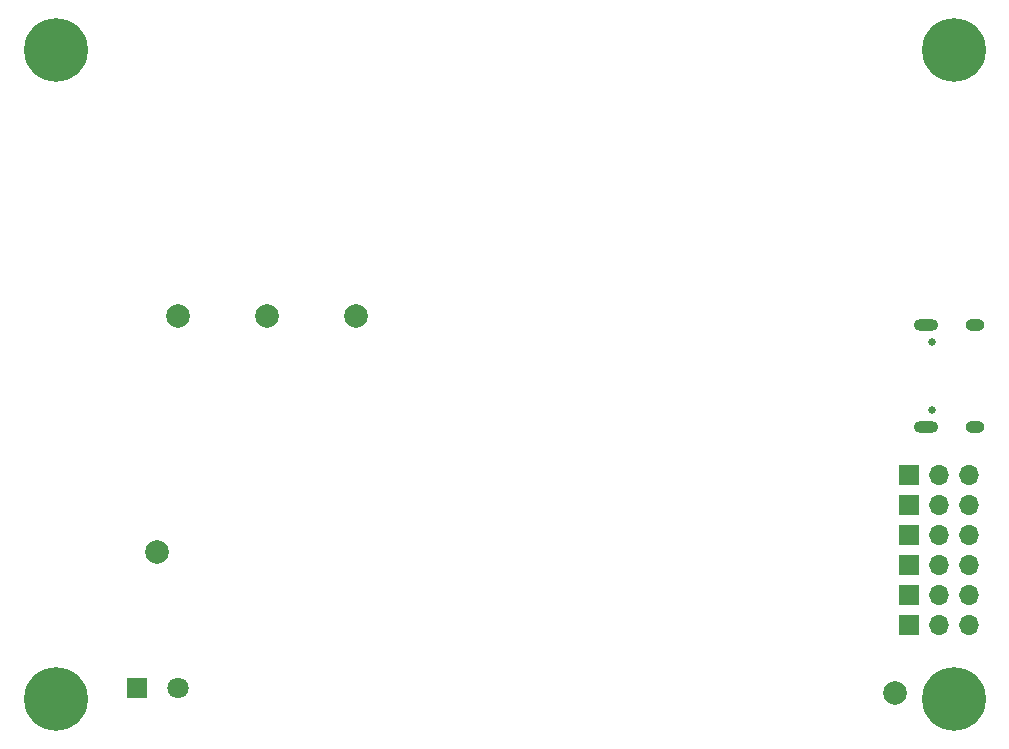
<source format=gbr>
%TF.GenerationSoftware,KiCad,Pcbnew,7.0.1*%
%TF.CreationDate,2023-07-10T14:28:26-04:00*%
%TF.ProjectId,FlightComputer,466c6967-6874-4436-9f6d-70757465722e,rev?*%
%TF.SameCoordinates,Original*%
%TF.FileFunction,Soldermask,Bot*%
%TF.FilePolarity,Negative*%
%FSLAX46Y46*%
G04 Gerber Fmt 4.6, Leading zero omitted, Abs format (unit mm)*
G04 Created by KiCad (PCBNEW 7.0.1) date 2023-07-10 14:28:26*
%MOMM*%
%LPD*%
G01*
G04 APERTURE LIST*
%ADD10C,5.400000*%
%ADD11R,1.700000X1.700000*%
%ADD12O,1.700000X1.700000*%
%ADD13C,0.650000*%
%ADD14O,2.100000X1.000000*%
%ADD15O,1.600000X1.000000*%
%ADD16C,2.000000*%
%ADD17R,1.800000X1.800000*%
%ADD18C,1.800000*%
G04 APERTURE END LIST*
D10*
%TO.C,H2*%
X52820000Y-115870000D03*
%TD*%
%TO.C,H4*%
X128820000Y-115870000D03*
%TD*%
D11*
%TO.C,J14*%
X125050000Y-104480000D03*
D12*
X127590000Y-104480000D03*
X130130000Y-104480000D03*
%TD*%
D11*
%TO.C,J11*%
X125050000Y-109560000D03*
D12*
X127590000Y-109560000D03*
X130130000Y-109560000D03*
%TD*%
D11*
%TO.C,J15*%
X125050000Y-101940000D03*
D12*
X127590000Y-101940000D03*
X130130000Y-101940000D03*
%TD*%
D10*
%TO.C,H1*%
X128820000Y-60870000D03*
%TD*%
D13*
%TO.C,J18*%
X126988949Y-91410000D03*
X126988949Y-85630000D03*
D14*
X126458949Y-92840000D03*
D15*
X130638949Y-92840000D03*
D14*
X126458949Y-84200000D03*
D15*
X130638949Y-84200000D03*
%TD*%
D16*
%TO.C,TP5*%
X61400000Y-103400000D03*
%TD*%
D10*
%TO.C,H3*%
X52820000Y-60870000D03*
%TD*%
D11*
%TO.C,J10*%
X125045000Y-96860000D03*
D12*
X127585000Y-96860000D03*
X130125000Y-96860000D03*
%TD*%
D16*
%TO.C,TP4*%
X78250000Y-83400000D03*
%TD*%
D11*
%TO.C,J16*%
X125050000Y-99400000D03*
D12*
X127590000Y-99400000D03*
X130130000Y-99400000D03*
%TD*%
D16*
%TO.C,TP2*%
X123850000Y-115300000D03*
%TD*%
D11*
%TO.C,J12*%
X125050000Y-107020000D03*
D12*
X127590000Y-107020000D03*
X130130000Y-107020000D03*
%TD*%
D16*
%TO.C,TP1*%
X70700000Y-83400000D03*
%TD*%
%TO.C,TP3*%
X63150000Y-83400000D03*
%TD*%
D17*
%TO.C,J2*%
X59650000Y-114900000D03*
D18*
X63150000Y-114900000D03*
%TD*%
M02*

</source>
